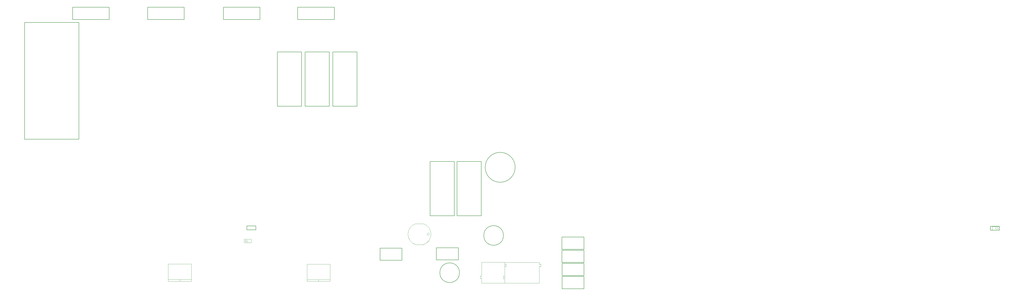
<source format=gbr>
%TF.GenerationSoftware,Altium Limited,Altium Designer,21.6.4 (81)*%
G04 Layer_Color=8388736*
%FSLAX43Y43*%
%MOMM*%
%TF.SameCoordinates,D4C572C6-D0EE-4933-9396-1D80D03FA8BE*%
%TF.FilePolarity,Positive*%
%TF.FileFunction,Other,Top_3D_Body*%
%TF.Part,Single*%
G01*
G75*
%TA.AperFunction,NonConductor*%
%ADD98C,0.200*%
%ADD141C,0.150*%
%ADD144C,0.100*%
D98*
X184600Y32725D02*
Y56225D01*
X195100D01*
Y32725D02*
Y56225D01*
X184600Y32725D02*
X195100D01*
X20661Y65900D02*
Y116500D01*
X-2834Y65900D02*
X20661D01*
X-2834D02*
Y116500D01*
X20661D01*
X185175Y13550D02*
Y18850D01*
X175675D02*
X185175D01*
X175675Y13550D02*
Y18850D01*
Y13550D02*
X185175D01*
X415825Y28150D02*
X419725D01*
Y26450D02*
Y28150D01*
X415825Y26450D02*
X419725D01*
X415825D02*
Y28150D01*
X93550Y26625D02*
X97450D01*
X93550D02*
Y28325D01*
X97450D01*
Y26625D02*
Y28325D01*
X151225Y13400D02*
Y18700D01*
Y13400D02*
X160725D01*
Y18700D01*
X151225D02*
X160725D01*
X230120Y23450D02*
X239620D01*
Y18150D02*
Y23450D01*
X230120Y18150D02*
X239620D01*
X230120D02*
Y23450D01*
Y12450D02*
X239620D01*
X230120D02*
Y17750D01*
X239620D01*
Y12450D02*
Y17750D01*
X230175Y12075D02*
X239675D01*
Y6775D02*
Y12075D01*
X230175Y6775D02*
X239675D01*
X230175D02*
Y12075D01*
X230170Y1075D02*
X239670D01*
X230170D02*
Y6375D01*
X239670D01*
Y1075D02*
Y6375D01*
X106750Y80250D02*
X117250D01*
Y103750D01*
X106750D02*
X117250D01*
X106750Y80250D02*
Y103750D01*
X118750Y80250D02*
X129250D01*
Y103750D01*
X118750D02*
X129250D01*
X118750Y80250D02*
Y103750D01*
X130750Y80250D02*
X141250D01*
Y103750D01*
X130750D02*
X141250D01*
X130750Y80250D02*
Y103750D01*
X50485Y117845D02*
X66355D01*
Y123155D01*
X50485D02*
X66355D01*
X50485Y117845D02*
Y123155D01*
X172925Y32725D02*
Y56225D01*
X183425D01*
Y32725D02*
Y56225D01*
X172925Y32725D02*
X183425D01*
X83315Y117845D02*
Y123155D01*
X99185D01*
Y117845D02*
Y123155D01*
X83315Y117845D02*
X99185D01*
X115559D02*
Y123155D01*
X131429D01*
Y117845D02*
Y123155D01*
X115559Y117845D02*
X131429D01*
X17997D02*
Y123155D01*
X33867D01*
Y117845D02*
Y123155D01*
X17997Y117845D02*
X33867D01*
D141*
X185675Y8025D02*
G03*
X185675Y8025I-4250J0D01*
G01*
X204725Y24175D02*
G03*
X204725Y24175I-4250J0D01*
G01*
X209825Y53725D02*
G03*
X209825Y53725I-6500J0D01*
G01*
D144*
X172650Y24725D02*
G03*
X172650Y24725I-500J0D01*
G01*
X170100Y20225D02*
G03*
X170100Y29225I-1490J4500D01*
G01*
X166600D02*
G03*
X166600Y20225I1490J-4500D01*
G01*
X59435Y5075D02*
X69435D01*
X64435Y4275D02*
Y5075D01*
X59435Y4275D02*
X69435D01*
X59435Y11775D02*
X69435D01*
Y4275D02*
Y11775D01*
X59435Y4275D02*
Y11775D01*
X166600Y20225D02*
X170100D01*
X166600Y29225D02*
X170100D01*
X416676Y26538D02*
X419724D01*
X416676Y28062D02*
X419724D01*
X416676Y26538D02*
Y28062D01*
X419724Y26538D02*
Y28062D01*
X205300Y10875D02*
X205900Y10625D01*
Y11825D01*
X205300Y11575D02*
X205900Y11825D01*
X194700Y6625D02*
X195300Y6375D01*
X194700Y5425D02*
X195300Y5675D01*
X194700Y5425D02*
Y6625D01*
X195300Y6375D02*
Y12525D01*
Y3525D02*
Y5675D01*
Y3525D02*
X205300D01*
X195300Y12525D02*
X205300D01*
Y11575D02*
Y12525D01*
Y3525D02*
Y10875D01*
X92301Y22562D02*
X95349D01*
X92301Y21038D02*
X95349D01*
Y22562D01*
X92301Y21038D02*
Y22562D01*
X204700Y6600D02*
X205300Y6350D01*
X204700Y5400D02*
X205300Y5650D01*
X204700Y5400D02*
Y6600D01*
X205300Y6350D02*
Y12500D01*
Y3500D02*
Y5650D01*
Y3500D02*
X220300D01*
X205300Y12500D02*
X220300D01*
Y3500D02*
Y10850D01*
Y11550D02*
Y12500D01*
Y11550D02*
X220900Y11800D01*
Y10600D02*
Y11800D01*
X220300Y10850D02*
X220900Y10600D01*
X119625Y5050D02*
X129625D01*
X124625Y4250D02*
Y5050D01*
X119625Y4250D02*
X129625D01*
X119625Y11750D02*
X129625D01*
Y4250D02*
Y11750D01*
X119625Y4250D02*
Y11750D01*
X418708Y27533D02*
X418825Y27650D01*
X419058D01*
X419175Y27533D01*
Y27067D01*
X419058Y26950D01*
X418825D01*
X418708Y27067D01*
X418475Y27533D02*
X418359Y27650D01*
X418125D01*
X418009Y27533D01*
Y27417D01*
X418125Y27300D01*
X418242D01*
X418125D01*
X418009Y27183D01*
Y27067D01*
X418125Y26950D01*
X418359D01*
X418475Y27067D01*
X93317Y21567D02*
X93200Y21450D01*
X92967D01*
X92850Y21567D01*
Y22033D01*
X92967Y22150D01*
X93200D01*
X93317Y22033D01*
X93550Y21450D02*
X94016D01*
Y21567D01*
X93550Y22033D01*
Y22150D01*
%TF.MD5,cf22ff89a9d8b275a62e0e12310d3948*%
M02*

</source>
